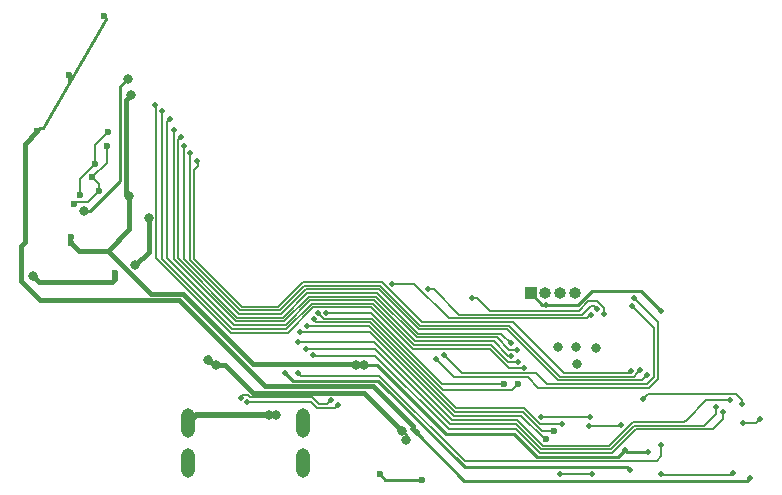
<source format=gbl>
G04 #@! TF.GenerationSoftware,KiCad,Pcbnew,(5.1.6)-1*
G04 #@! TF.CreationDate,2021-01-06T20:51:57+08:00*
G04 #@! TF.ProjectId,main_V1.0,6d61696e-5f56-4312-9e30-2e6b69636164,rev?*
G04 #@! TF.SameCoordinates,Original*
G04 #@! TF.FileFunction,Copper,L2,Bot*
G04 #@! TF.FilePolarity,Positive*
%FSLAX46Y46*%
G04 Gerber Fmt 4.6, Leading zero omitted, Abs format (unit mm)*
G04 Created by KiCad (PCBNEW (5.1.6)-1) date 2021-01-06 20:51:57*
%MOMM*%
%LPD*%
G01*
G04 APERTURE LIST*
G04 #@! TA.AperFunction,ComponentPad*
%ADD10O,1.150000X2.500000*%
G04 #@! TD*
G04 #@! TA.AperFunction,ComponentPad*
%ADD11O,1.000000X1.000000*%
G04 #@! TD*
G04 #@! TA.AperFunction,ComponentPad*
%ADD12R,1.000000X1.000000*%
G04 #@! TD*
G04 #@! TA.AperFunction,ViaPad*
%ADD13C,0.500000*%
G04 #@! TD*
G04 #@! TA.AperFunction,ViaPad*
%ADD14C,0.800000*%
G04 #@! TD*
G04 #@! TA.AperFunction,ViaPad*
%ADD15C,0.600000*%
G04 #@! TD*
G04 #@! TA.AperFunction,Conductor*
%ADD16C,0.254000*%
G04 #@! TD*
G04 #@! TA.AperFunction,Conductor*
%ADD17C,0.508000*%
G04 #@! TD*
G04 #@! TA.AperFunction,Conductor*
%ADD18C,0.203200*%
G04 #@! TD*
G04 #@! TA.AperFunction,Conductor*
%ADD19C,0.381000*%
G04 #@! TD*
G04 #@! TA.AperFunction,Conductor*
%ADD20C,0.152400*%
G04 #@! TD*
G04 APERTURE END LIST*
D10*
X57618500Y-29519800D03*
X57618500Y-32869800D03*
X47918500Y-29519800D03*
X47918500Y-32869800D03*
D11*
X80681200Y-18503900D03*
X79431200Y-18503900D03*
X78181200Y-18503900D03*
D12*
X76931200Y-18503900D03*
D13*
X67296800Y-30360900D03*
X66996800Y-29960900D03*
D14*
X79222600Y-23075900D03*
X82435700Y-23114000D03*
X80835500Y-24447500D03*
X80810100Y-23075900D03*
D13*
X84594700Y-29667200D03*
D14*
X49644300Y-24104600D03*
D15*
X38290500Y-10947400D03*
X41135300Y-4876800D03*
X40805100Y5016500D03*
X37871400Y-25400D03*
D13*
X94869000Y-29502100D03*
D14*
X55399400Y-28814300D03*
X54764400Y-28814300D03*
X34785400Y-17068700D03*
X43443401Y-16138401D03*
D15*
X41757600Y-16764000D03*
D13*
X96367600Y-29159200D03*
D14*
X44618284Y-12129155D03*
D15*
X41746800Y-17310900D03*
D13*
X79387701Y-33831490D03*
X82156301Y-33831490D03*
D15*
X37998400Y-14198596D03*
X37998400Y-13741400D03*
D13*
X78270100Y-19494501D03*
X77793896Y-28987704D03*
X81978500Y-28968700D03*
X86828796Y-31965900D03*
D14*
X42926000Y-10264140D03*
X43113960Y-1750060D03*
D13*
X84896800Y-31760894D03*
D14*
X62846800Y-24560900D03*
X62146800Y-24560900D03*
D13*
X43172950Y-16934750D03*
X87977549Y-19980151D03*
X87996800Y-31360902D03*
X57196800Y-25210900D03*
D14*
X42814240Y-368300D03*
X39094443Y-11550617D03*
D15*
X40070455Y-7545755D03*
X38796800Y-10160900D03*
D13*
X58496800Y-23760900D03*
X93246800Y-28560900D03*
X57896800Y-23210900D03*
X92596800Y-28114910D03*
D15*
X41033700Y-6032500D03*
X39814500Y-8674100D03*
X40421560Y-9832340D03*
D13*
X57246800Y-22610900D03*
X93846800Y-27560900D03*
D15*
X35160547Y-4756747D03*
D13*
X95478600Y-34150300D03*
D14*
X66365300Y-30892410D03*
X66076058Y-30140158D03*
X50296800Y-24560900D03*
D15*
X67767200Y-34277302D03*
X64165300Y-33832290D03*
X78205000Y-30856210D03*
X74688700Y-26149300D03*
D13*
X59644244Y-20173187D03*
X57396800Y-21760900D03*
D15*
X75857100Y-26187400D03*
X78925410Y-30189510D03*
D13*
X57996796Y-21260900D03*
X79602210Y-29578300D03*
X58546800Y-20710900D03*
X58948582Y-20173187D03*
X76366171Y-24788679D03*
X45099280Y-2582299D03*
X75893261Y-24291110D03*
X45725496Y-3082290D03*
X75234800Y-23783110D03*
X46396800Y-3760900D03*
X75785681Y-23303110D03*
X46706610Y-4660900D03*
X75234800Y-22694918D03*
X47304958Y-5260900D03*
X47596800Y-6060902D03*
X86796800Y-25438098D03*
X48096804Y-6660904D03*
X86196800Y-25010900D03*
X48687810Y-7260900D03*
X85446800Y-25060896D03*
X69596800Y-23760900D03*
X85546800Y-19560900D03*
X59996800Y-27560900D03*
X52367541Y-27380881D03*
X85648800Y-18884900D03*
X68896800Y-24060900D03*
X52918447Y-27730372D03*
X60596800Y-27960900D03*
X85343987Y-33481013D03*
X56146800Y-25210900D03*
X81851500Y-29705300D03*
X86423500Y-27419300D03*
X94856300Y-27851100D03*
X94043500Y-33731200D03*
X87960198Y-33831490D03*
X83166632Y-20285304D03*
X71945500Y-18897600D03*
X82537300Y-19862800D03*
X68199000Y-18122900D03*
X82029300Y-20320000D03*
X65227200Y-17691100D03*
D16*
X35109149Y-4845772D02*
X35160547Y-4756747D01*
D17*
X54764400Y-28814300D02*
X55399400Y-28814300D01*
X48624000Y-28814300D02*
X47918500Y-29519800D01*
X55399400Y-28814300D02*
X48624000Y-28814300D01*
D18*
X96024700Y-29502100D02*
X96367600Y-29159200D01*
X94869000Y-29502100D02*
X96024700Y-29502100D01*
D19*
X43443401Y-16138401D02*
X44618284Y-14963518D01*
X44618284Y-14963518D02*
X44618284Y-12129155D01*
X41757600Y-16764000D02*
X41757600Y-17300100D01*
X41757600Y-17300100D02*
X41746800Y-17310900D01*
X41496800Y-17560900D02*
X41746800Y-17310900D01*
X34785400Y-17068700D02*
X35277600Y-17560900D01*
X35277600Y-17560900D02*
X41496800Y-17560900D01*
D20*
X79387701Y-33831490D02*
X82156301Y-33831490D01*
D19*
X38684204Y-14884400D02*
X37998400Y-14198596D01*
X41122600Y-14884400D02*
X38684204Y-14884400D01*
D16*
X76931200Y-18122900D02*
X76931200Y-18509154D01*
X77916547Y-19494501D02*
X78270100Y-19494501D01*
X76931200Y-18509154D02*
X77916547Y-19494501D01*
X78282799Y-19507200D02*
X78270100Y-19494501D01*
D20*
X77812900Y-28968700D02*
X77793896Y-28987704D01*
X81978500Y-28968700D02*
X81978500Y-28968700D01*
X81978500Y-28968700D02*
X77812900Y-28968700D01*
D19*
X43113960Y-1750060D02*
X43113960Y-1750060D01*
X42926000Y-13081000D02*
X41122600Y-14884400D01*
X42926000Y-10264140D02*
X42926000Y-13081000D01*
X42696800Y-2167220D02*
X43113960Y-1750060D01*
X42926000Y-10264140D02*
X42696800Y-10034940D01*
X42696800Y-10034940D02*
X42696800Y-2167220D01*
D16*
X86828796Y-31965900D02*
X85101806Y-31965900D01*
X85101806Y-31965900D02*
X84896800Y-31760894D01*
X63896800Y-24560900D02*
X62146800Y-24560900D01*
X84306007Y-32351687D02*
X77444295Y-32351687D01*
X84896800Y-31760894D02*
X84306007Y-32351687D01*
X77444295Y-32351687D02*
X75496454Y-30403846D01*
X75496454Y-30403846D02*
X69739746Y-30403846D01*
X69739746Y-30403846D02*
X63896800Y-24560900D01*
D19*
X62046800Y-24460900D02*
X62146800Y-24560900D01*
X41122600Y-14884400D02*
X43172950Y-16934750D01*
X53396800Y-24460900D02*
X62046800Y-24460900D01*
X47496800Y-18560900D02*
X53396800Y-24460900D01*
X44799100Y-18560900D02*
X47496800Y-18560900D01*
X62146800Y-24560900D02*
X62846800Y-24560900D01*
X43172950Y-16934750D02*
X44799100Y-18560900D01*
D16*
X78270100Y-19494501D02*
X80975199Y-19494501D01*
X86310798Y-18313400D02*
X87977549Y-19980151D01*
X82156300Y-18313400D02*
X86310798Y-18313400D01*
X80975199Y-19494501D02*
X82156300Y-18313400D01*
D20*
X87996800Y-32310900D02*
X87996800Y-31360902D01*
X77296997Y-32707297D02*
X87600403Y-32707297D01*
X87600403Y-32707297D02*
X87996800Y-32310900D01*
X64099707Y-25460899D02*
X57446799Y-25460899D01*
X57446799Y-25460899D02*
X57196800Y-25210900D01*
X77296998Y-32707298D02*
X71346106Y-32707298D01*
X71346106Y-32707298D02*
X64099707Y-25460899D01*
D16*
X42814240Y-368300D02*
X42814240Y-368300D01*
X42196800Y-985740D02*
X42196800Y-9013945D01*
X42196800Y-9013945D02*
X39660128Y-11550617D01*
X42814240Y-368300D02*
X42196800Y-985740D01*
X39660128Y-11550617D02*
X39094443Y-11550617D01*
D20*
X40070455Y-5941645D02*
X40070455Y-7545755D01*
X41135300Y-4876800D02*
X40070455Y-5941645D01*
D18*
X38796800Y-8819410D02*
X38796800Y-10160900D01*
X40070455Y-7545755D02*
X38796800Y-8819410D01*
X58546800Y-23810900D02*
X58496800Y-23760900D01*
X69996800Y-30022838D02*
X63784862Y-23810900D01*
X63784862Y-23810900D02*
X58546800Y-23810900D01*
D20*
X77698759Y-31994433D02*
X83841627Y-31994433D01*
X69996800Y-30022838D02*
X75727164Y-30022838D01*
X75727164Y-30022838D02*
X77698759Y-31994433D01*
X83841627Y-31994433D02*
X85813222Y-30022838D01*
X85813222Y-30022838D02*
X92384862Y-30022838D01*
D18*
X93246800Y-29160900D02*
X93246800Y-28560900D01*
X92384862Y-30022838D02*
X93246800Y-29160900D01*
X63746800Y-23210900D02*
X57896800Y-23210900D01*
X69896800Y-29360900D02*
X63746800Y-23210900D01*
X91746800Y-29560900D02*
X92596800Y-28710900D01*
X92596800Y-28468463D02*
X92596800Y-28114910D01*
X92596800Y-28710900D02*
X92596800Y-28468463D01*
D20*
X75709692Y-29574299D02*
X77825015Y-31689622D01*
X70110199Y-29574299D02*
X75709692Y-29574299D01*
X83715371Y-31689622D02*
X85689282Y-29715711D01*
X77825015Y-31689622D02*
X83715371Y-31689622D01*
X85689282Y-29715711D02*
X91591989Y-29715711D01*
X91591989Y-29715711D02*
X91746800Y-29560900D01*
X69896800Y-29360900D02*
X70110199Y-29574299D01*
D18*
X41033700Y-6032500D02*
X41033700Y-7454900D01*
X41033700Y-7454900D02*
X39814500Y-8674100D01*
X39814500Y-8674100D02*
X40421560Y-9281160D01*
X40421560Y-9281160D02*
X40421560Y-9832340D01*
X38290500Y-10947400D02*
X38439018Y-10798882D01*
X39455018Y-10798882D02*
X40421560Y-9832340D01*
X38439018Y-10798882D02*
X39455018Y-10798882D01*
X63699709Y-22660900D02*
X57296800Y-22660900D01*
X57296800Y-22660900D02*
X57246800Y-22610900D01*
X70196800Y-29160900D02*
X70196800Y-29157991D01*
X70196800Y-29157991D02*
X63699709Y-22660900D01*
X90146800Y-29197300D02*
X91783200Y-27560900D01*
X91783200Y-27560900D02*
X93846800Y-27560900D01*
D20*
X89933200Y-29410900D02*
X90146800Y-29197300D01*
X85563026Y-29410900D02*
X89933200Y-29410900D01*
X83589115Y-31384811D02*
X85563026Y-29410900D01*
X70196800Y-29160900D02*
X70233200Y-29197300D01*
X70233200Y-29197300D02*
X75763760Y-29197300D01*
X75763760Y-29197300D02*
X77951271Y-31384811D01*
X77951271Y-31384811D02*
X83589115Y-31384811D01*
D19*
X49644300Y-24104600D02*
X49644300Y-23888700D01*
D16*
X66365300Y-30459500D02*
X66365300Y-30892410D01*
X66098166Y-30118050D02*
X66076058Y-30140158D01*
X66365300Y-30892410D02*
X66365300Y-30429400D01*
X66365300Y-30429400D02*
X66076058Y-30140158D01*
D19*
X50100600Y-24560900D02*
X50296800Y-24560900D01*
X49644300Y-24104600D02*
X50100600Y-24560900D01*
X53400196Y-26898611D02*
X51062485Y-24560900D01*
X66076058Y-30140158D02*
X62834511Y-26898611D01*
X51062485Y-24560900D02*
X50296800Y-24560900D01*
X62834511Y-26898611D02*
X53400196Y-26898611D01*
D16*
X40996800Y4824800D02*
X40805100Y5016500D01*
X40996800Y4739100D02*
X40996800Y4824800D01*
X37871400Y-686300D02*
X37854940Y-702760D01*
X37871400Y-25400D02*
X37871400Y-686300D01*
X37854940Y-702760D02*
X40996800Y4739100D01*
X35160547Y-4756747D02*
X35160547Y-4880547D01*
X35669300Y-4488400D02*
X37854940Y-702760D01*
X35160547Y-4756747D02*
X35428894Y-4488400D01*
X35428894Y-4488400D02*
X35669300Y-4488400D01*
D19*
X67296800Y-30260900D02*
X66996800Y-29960900D01*
X67296800Y-30360900D02*
X67296800Y-30260900D01*
D16*
X95268000Y-34360900D02*
X95478600Y-34150300D01*
X67296800Y-30360900D02*
X71296800Y-34360900D01*
X71296800Y-34360900D02*
X95268000Y-34360900D01*
D19*
X47155100Y-19100800D02*
X54419501Y-26365201D01*
X35420300Y-19100800D02*
X47155100Y-19100800D01*
X35160547Y-4756747D02*
X34100378Y-5816916D01*
X63601101Y-26365201D02*
X66996800Y-29760900D01*
X34100378Y-14121522D02*
X33769300Y-14452600D01*
X54419501Y-26365201D02*
X63601101Y-26365201D01*
X34100378Y-5816916D02*
X34100378Y-14121522D01*
X33769300Y-14452600D02*
X33769300Y-17449800D01*
X66996800Y-29760900D02*
X66996800Y-29960900D01*
X33769300Y-17449800D02*
X35420300Y-19100800D01*
D16*
X64610312Y-34277302D02*
X64165300Y-33832290D01*
X67767200Y-34277302D02*
X64610312Y-34277302D01*
D20*
X74688700Y-26149300D02*
X69409464Y-26149300D01*
X69409464Y-26149300D02*
X63433351Y-20173187D01*
X63433351Y-20173187D02*
X59644244Y-20173187D01*
X78123409Y-30856210D02*
X76134289Y-28867090D01*
X63296800Y-21760900D02*
X57396800Y-21760900D01*
X76134289Y-28867090D02*
X70402990Y-28867090D01*
X78205000Y-30856210D02*
X78123409Y-30856210D01*
X70402990Y-28867090D02*
X63296800Y-21760900D01*
X78925410Y-30189510D02*
X77887778Y-30189510D01*
X77887778Y-30189510D02*
X76247868Y-28549600D01*
X57997306Y-21261410D02*
X57996796Y-21260900D01*
X70516565Y-28549600D02*
X63228375Y-21261410D01*
X63228375Y-21261410D02*
X57997306Y-21261410D01*
X76247868Y-28549600D02*
X70516565Y-28549600D01*
X76374124Y-28244789D02*
X70642821Y-28244789D01*
X63354631Y-20956599D02*
X58792499Y-20956599D01*
X70642821Y-28244789D02*
X63354631Y-20956599D01*
X77707635Y-29578300D02*
X76374124Y-28244789D01*
X58792499Y-20956599D02*
X58546800Y-20710900D01*
X79602210Y-29578300D02*
X77707635Y-29578300D01*
X63480886Y-20651788D02*
X59427183Y-20651788D01*
X75341201Y-26703299D02*
X69532397Y-26703299D01*
X69532397Y-26703299D02*
X63480886Y-20651788D01*
X75857100Y-26187400D02*
X75341201Y-26703299D01*
X59427183Y-20651788D02*
X58948582Y-20173187D01*
X45237400Y-2616200D02*
X45246886Y-2625686D01*
X51537797Y-21819064D02*
X56380306Y-21819064D01*
X56380306Y-21819064D02*
X58504793Y-19694577D01*
X58504793Y-19694577D02*
X63446077Y-19694577D01*
X63446077Y-19694577D02*
X66941700Y-23190200D01*
X73456800Y-23190200D02*
X75055279Y-24788679D01*
X45246886Y-15528153D02*
X51537797Y-21819064D01*
X75055279Y-24788679D02*
X76366171Y-24788679D01*
X45246886Y-2625686D02*
X45246886Y-15528153D01*
X66941700Y-23190200D02*
X73456800Y-23190200D01*
X63572333Y-19389766D02*
X58378537Y-19389766D01*
X51664053Y-21514253D02*
X45725496Y-15575696D01*
X74988776Y-24291110D02*
X73570355Y-22872689D01*
X58378537Y-19389766D02*
X56254050Y-21514253D01*
X56254050Y-21514253D02*
X51664053Y-21514253D01*
X45725496Y-3435843D02*
X45725496Y-3082290D01*
X45725496Y-15575696D02*
X45725496Y-3435843D01*
X67055256Y-22872689D02*
X63572333Y-19389766D01*
X73570355Y-22872689D02*
X67055256Y-22872689D01*
X75893261Y-24291110D02*
X74988776Y-24291110D01*
X51832420Y-21158255D02*
X46146801Y-15472636D01*
X56178982Y-21158255D02*
X51832420Y-21158255D01*
X75053010Y-23783110D02*
X73812400Y-22542500D01*
X46146801Y-15472636D02*
X46146801Y-4010899D01*
X46146801Y-4010899D02*
X46396800Y-3760900D01*
X58252282Y-19084955D02*
X56178982Y-21158255D01*
X63698589Y-19084955D02*
X58252282Y-19084955D01*
X67156134Y-22542500D02*
X63698589Y-19084955D01*
X73812400Y-22542500D02*
X67156134Y-22542500D01*
X75234800Y-23783110D02*
X75053010Y-23783110D01*
X75119110Y-23303110D02*
X74041000Y-22225000D01*
X56052726Y-20853444D02*
X51958676Y-20853444D01*
X58126026Y-18780144D02*
X56052726Y-20853444D01*
X46706610Y-15601378D02*
X46706610Y-4660900D01*
X51958676Y-20853444D02*
X46706610Y-15601378D01*
X75785681Y-23303110D02*
X75119110Y-23303110D01*
X63824845Y-18780144D02*
X58126026Y-18780144D01*
X67269701Y-22225000D02*
X63824845Y-18780144D01*
X74041000Y-22225000D02*
X67269701Y-22225000D01*
X57999770Y-18475333D02*
X55926470Y-20548633D01*
X47054959Y-5510899D02*
X47304958Y-5260900D01*
X47054959Y-15518660D02*
X47054959Y-5510899D01*
X52084932Y-20548633D02*
X47054959Y-15518660D01*
X55926470Y-20548633D02*
X52084932Y-20548633D01*
X63951101Y-18475333D02*
X57999770Y-18475333D01*
X67395957Y-21920189D02*
X63951101Y-18475333D01*
X74460071Y-21920189D02*
X67395957Y-21920189D01*
X75234800Y-22694918D02*
X74460071Y-21920189D01*
X64077357Y-18170522D02*
X67458733Y-21551900D01*
X86364376Y-25870522D02*
X86796800Y-25438098D01*
X52211188Y-20243822D02*
X55800214Y-20243822D01*
X79250090Y-25870522D02*
X86364376Y-25870522D01*
X57873514Y-18170522D02*
X64077357Y-18170522D01*
X47596800Y-6060902D02*
X47596800Y-15629434D01*
X67458733Y-21551900D02*
X74931468Y-21551900D01*
X55800214Y-20243822D02*
X57873514Y-18170522D01*
X47596800Y-15629434D02*
X52211188Y-20243822D01*
X74931468Y-21551900D02*
X79250090Y-25870522D01*
X67584989Y-21247089D02*
X75057724Y-21247089D01*
X52337444Y-19939011D02*
X55673958Y-19939011D01*
X64203613Y-17865711D02*
X67584989Y-21247089D01*
X85641989Y-25565711D02*
X85946801Y-25260899D01*
X79376346Y-25565711D02*
X85641989Y-25565711D01*
X85946801Y-25260899D02*
X86196800Y-25010900D01*
X55673958Y-19939011D02*
X57747258Y-17865711D01*
X75057724Y-21247089D02*
X79376346Y-25565711D01*
X57747258Y-17865711D02*
X64203613Y-17865711D01*
X48096804Y-15698371D02*
X52337444Y-19939011D01*
X48096804Y-6660904D02*
X48096804Y-15698371D01*
X85246796Y-25260900D02*
X85446800Y-25060896D01*
X79746800Y-25260900D02*
X85246796Y-25260900D01*
X67716378Y-20942278D02*
X75428178Y-20942278D01*
X64335000Y-17560900D02*
X67716378Y-20942278D01*
X57616242Y-17560900D02*
X64335000Y-17560900D01*
X55542942Y-19634200D02*
X57616242Y-17560900D01*
X52463700Y-19634200D02*
X55542942Y-19634200D01*
X48437811Y-15608311D02*
X52463700Y-19634200D01*
X48437811Y-8069889D02*
X48437811Y-15608311D01*
X48746800Y-7760900D02*
X48437811Y-8069889D01*
X48746800Y-7319890D02*
X48746800Y-7760900D01*
X48687810Y-7260900D02*
X48746800Y-7319890D01*
X75428178Y-20942278D02*
X79746800Y-25260900D01*
X78282173Y-26175333D02*
X86817897Y-26175333D01*
X86817897Y-26175333D02*
X87391989Y-25601241D01*
X69596800Y-23760900D02*
X71103180Y-25267280D01*
X77374120Y-25267280D02*
X78282173Y-26175333D01*
X71103180Y-25267280D02*
X77374120Y-25267280D01*
X87391989Y-21406089D02*
X85546800Y-19560900D01*
X87391989Y-25601241D02*
X87391989Y-21406089D01*
X52617540Y-27130882D02*
X52974070Y-27130882D01*
X59696800Y-27860900D02*
X59996800Y-27560900D01*
X53160910Y-27317722D02*
X58453622Y-27317722D01*
X52367541Y-27380881D02*
X52617540Y-27130882D01*
X58996800Y-27860900D02*
X59696800Y-27860900D01*
X58453622Y-27317722D02*
X58996800Y-27860900D01*
X52974070Y-27130882D02*
X53160910Y-27317722D01*
X58815733Y-28210899D02*
X60346801Y-28210899D01*
X60346801Y-28210899D02*
X60596800Y-27960900D01*
X58335206Y-27730372D02*
X58815733Y-28210899D01*
X52918447Y-27730372D02*
X58335206Y-27730372D01*
X76674699Y-25620699D02*
X70456599Y-25620699D01*
X77534144Y-26480144D02*
X76674699Y-25620699D01*
X85648800Y-18884900D02*
X87696800Y-20932900D01*
X87696800Y-25752300D02*
X86968956Y-26480144D01*
X70456599Y-25620699D02*
X68896800Y-24060900D01*
X87696800Y-20932900D02*
X87696800Y-25752300D01*
X86968956Y-26480144D02*
X77534144Y-26480144D01*
D16*
X71366914Y-33231014D02*
X64031012Y-25895112D01*
X85343987Y-33481013D02*
X85093988Y-33231014D01*
X85093988Y-33231014D02*
X71366914Y-33231014D01*
X64031012Y-25895112D02*
X56831012Y-25895112D01*
X56831012Y-25895112D02*
X56146800Y-25210900D01*
D20*
X84556600Y-29705300D02*
X84594700Y-29667200D01*
X81851500Y-29705300D02*
X84556600Y-29705300D01*
X86848901Y-26993899D02*
X94352652Y-26993899D01*
X94352652Y-26993899D02*
X94856300Y-27497547D01*
X86423500Y-27419300D02*
X86848901Y-26993899D01*
X94856300Y-27497547D02*
X94856300Y-27851100D01*
X87989608Y-33860900D02*
X87960198Y-33831490D01*
X94043500Y-33731200D02*
X93913800Y-33860900D01*
X93913800Y-33860900D02*
X87989608Y-33860900D01*
X72390000Y-18897600D02*
X71945500Y-18897600D01*
X83166632Y-19783802D02*
X82559830Y-19177000D01*
X73482200Y-19989800D02*
X72390000Y-18897600D01*
X83166632Y-20285304D02*
X83166632Y-19783802D01*
X81795608Y-19177000D02*
X80982808Y-19989800D01*
X82559830Y-19177000D02*
X81795608Y-19177000D01*
X80982808Y-19989800D02*
X73482200Y-19989800D01*
X68708800Y-18122900D02*
X68199000Y-18122900D01*
X82287301Y-19612801D02*
X82025299Y-19612801D01*
X82537300Y-19862800D02*
X82287301Y-19612801D01*
X81318111Y-20319989D02*
X70905889Y-20319989D01*
X82025299Y-19612801D02*
X81318111Y-20319989D01*
X70905889Y-20319989D02*
X68708800Y-18122900D01*
X67058870Y-17691100D02*
X65227200Y-17691100D01*
X69992570Y-20624800D02*
X67058870Y-17691100D01*
X81724500Y-20624800D02*
X69992570Y-20624800D01*
X82029300Y-20320000D02*
X81724500Y-20624800D01*
M02*

</source>
